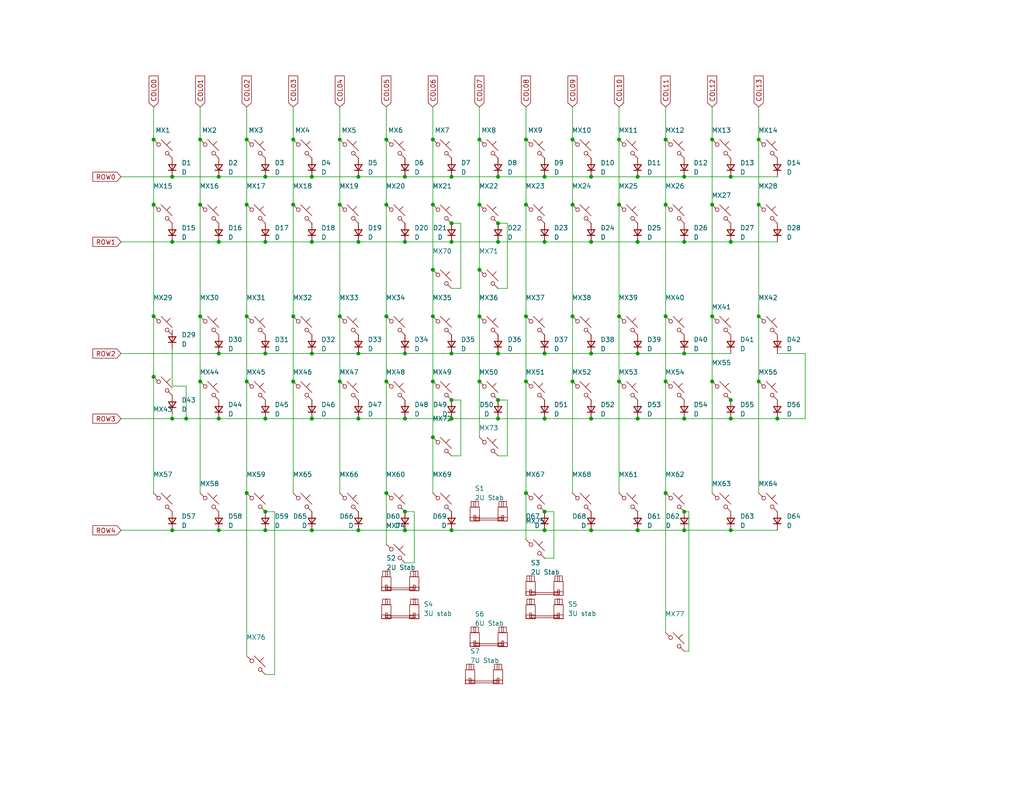
<source format=kicad_sch>
(kicad_sch (version 20230121) (generator eeschema)
  (paper "USLetter")
  (lib_symbols
    (symbol "Device:D_Small" (pin_numbers hide) (pin_names (offset 0.254) hide)
      (property "Reference" "D" (at -1.27 2.032 0))
      (property "Value" "D_Small" (at -3.81 -2.032 0))
      (symbol "D_Small_1_1"
        (pin passive line (at -2.54 0 0) (length 1.778) (name "K") (number "1"))
        (pin passive line (at 2.54 0 180) (length 1.778) (name "A") (number "2"))
      )
    )
    (symbol "marbastlib-mx:MX_SW_solder" (pin_numbers hide) (pin_names (offset 1.016) hide)
      (property "Reference" "MX" (at 3.048 1.016 0))
      (property "Value" "MX_SW_solder" (at 0 -3.81 0))
      (symbol "MX_SW_solder_0_1"
        (pin passive line (at -2.54 2.54 0) (length 0) (name "1") (number "1"))
        (pin passive line (at 2.54 -2.54 180) (length 0) (name "2") (number "2"))
      )
    )
    (symbol "marbastlib-mx:MX_stab" (pin_names (offset 1.016))
      (property "Reference" "S" (at -5.08 6.35 0))
      (property "Value" "MX_stab" (at -5.08 3.81 0))
    )
  )
  (junction (at 130.81 38.1))
  (junction (at 148.59 66.04))
  (junction (at 148.59 48.26))
  (junction (at 110.49 48.26))
  (junction (at 85.09 144.78))
  (junction (at 135.89 66.04))
  (junction (at 118.11 38.1))
  (junction (at 186.69 66.04))
  (junction (at 156.21 104.14))
  (junction (at 72.39 66.04))
  (junction (at 161.29 48.26))
  (junction (at 130.81 86.36))
  (junction (at 181.61 38.1))
  (junction (at 123.19 60.96))
  (junction (at 148.59 144.78))
  (junction (at 59.69 114.3))
  (junction (at 148.59 96.52))
  (junction (at 46.99 66.04))
  (junction (at 181.61 86.36))
  (junction (at 186.69 144.78))
  (junction (at 156.21 38.1))
  (junction (at 59.69 96.52))
  (junction (at 118.11 73.66))
  (junction (at 168.91 55.88))
  (junction (at 72.39 144.78))
  (junction (at 168.91 104.14))
  (junction (at 123.19 144.78))
  (junction (at 97.79 144.78))
  (junction (at 123.19 114.3))
  (junction (at 41.91 86.36))
  (junction (at 156.21 55.88))
  (junction (at 173.99 66.04))
  (junction (at 92.71 86.36))
  (junction (at 110.49 144.78))
  (junction (at 67.31 134.62))
  (junction (at 59.69 48.26))
  (junction (at 41.91 102.87))
  (junction (at 46.99 114.3))
  (junction (at 123.19 66.04))
  (junction (at 41.91 55.88))
  (junction (at 161.29 96.52))
  (junction (at 207.01 55.88))
  (junction (at 186.69 96.52))
  (junction (at 67.31 104.14))
  (junction (at 186.69 139.7))
  (junction (at 72.39 114.3))
  (junction (at 123.19 48.26))
  (junction (at 97.79 66.04))
  (junction (at 135.89 60.96))
  (junction (at 80.01 38.1))
  (junction (at 135.89 114.3))
  (junction (at 143.51 55.88))
  (junction (at 194.31 86.36))
  (junction (at 80.01 104.14))
  (junction (at 105.41 86.36))
  (junction (at 173.99 114.3))
  (junction (at 143.51 38.1))
  (junction (at 67.31 38.1))
  (junction (at 67.31 55.88))
  (junction (at 181.61 55.88))
  (junction (at 92.71 104.14))
  (junction (at 168.91 86.36))
  (junction (at 54.61 55.88))
  (junction (at 135.89 48.26))
  (junction (at 54.61 104.14))
  (junction (at 168.91 38.1))
  (junction (at 118.11 55.88))
  (junction (at 161.29 66.04))
  (junction (at 50.8 114.3))
  (junction (at 110.49 114.3))
  (junction (at 148.59 139.7))
  (junction (at 148.59 114.3))
  (junction (at 85.09 66.04))
  (junction (at 80.01 55.88))
  (junction (at 207.01 38.1))
  (junction (at 105.41 134.62))
  (junction (at 186.69 48.26))
  (junction (at 67.31 86.36))
  (junction (at 156.21 86.36))
  (junction (at 143.51 86.36))
  (junction (at 110.49 66.04))
  (junction (at 181.61 104.14))
  (junction (at 118.11 119.38))
  (junction (at 143.51 134.62))
  (junction (at 130.81 73.66))
  (junction (at 118.11 104.14))
  (junction (at 59.69 144.78))
  (junction (at 72.39 48.26))
  (junction (at 54.61 86.36))
  (junction (at 97.79 96.52))
  (junction (at 199.39 48.26))
  (junction (at 199.39 66.04))
  (junction (at 105.41 104.14))
  (junction (at 85.09 114.3))
  (junction (at 46.99 144.78))
  (junction (at 110.49 139.7))
  (junction (at 54.61 38.1))
  (junction (at 97.79 48.26))
  (junction (at 199.39 144.78))
  (junction (at 194.31 55.88))
  (junction (at 130.81 55.88))
  (junction (at 105.41 55.88))
  (junction (at 59.69 66.04))
  (junction (at 194.31 104.14))
  (junction (at 186.69 114.3))
  (junction (at 135.89 109.22))
  (junction (at 212.09 114.3))
  (junction (at 123.19 109.22))
  (junction (at 161.29 114.3))
  (junction (at 199.39 114.3))
  (junction (at 41.91 38.1))
  (junction (at 105.41 38.1))
  (junction (at 173.99 48.26))
  (junction (at 72.39 139.7))
  (junction (at 207.01 86.36))
  (junction (at 199.39 109.22))
  (junction (at 130.81 104.14))
  (junction (at 123.19 96.52))
  (junction (at 72.39 96.52))
  (junction (at 97.79 114.3))
  (junction (at 135.89 96.52))
  (junction (at 143.51 104.14))
  (junction (at 181.61 134.62))
  (junction (at 46.99 48.26))
  (junction (at 207.01 104.14))
  (junction (at 85.09 48.26))
  (junction (at 80.01 86.36))
  (junction (at 92.71 38.1))
  (junction (at 161.29 144.78))
  (junction (at 110.49 96.52))
  (junction (at 118.11 86.36))
  (junction (at 173.99 144.78))
  (junction (at 92.71 55.88))
  (junction (at 173.99 96.52))
  (junction (at 85.09 96.52))
  (junction (at 194.31 38.1))
  (wire (pts (xy 125.73 124.46) (xy 125.73 109.22)))
  (wire (pts (xy 143.51 104.14) (xy 143.51 134.62)))
  (wire (pts (xy 207.01 104.14) (xy 207.01 134.62)))
  (wire (pts (xy 123.19 48.26) (xy 135.89 48.26)))
  (wire (pts (xy 207.01 55.88) (xy 207.01 86.36)))
  (wire (pts (xy 148.59 66.04) (xy 161.29 66.04)))
  (wire (pts (xy 138.43 109.22) (xy 138.43 124.46)))
  (wire (pts (xy 156.21 38.1) (xy 156.21 55.88)))
  (wire (pts (xy 92.71 104.14) (xy 92.71 134.62)))
  (wire (pts (xy 118.11 29.21) (xy 118.11 38.1)))
  (wire (pts (xy 67.31 104.14) (xy 67.31 134.62)))
  (wire (pts (xy 46.99 114.3) (xy 50.8 114.3)))
  (wire (pts (xy 181.61 134.62) (xy 181.61 172.72)))
  (wire (pts (xy 148.59 139.7) (xy 151.13 139.7)))
  (wire (pts (xy 97.79 114.3) (xy 110.49 114.3)))
  (wire (pts (xy 54.61 104.14) (xy 54.61 134.62)))
  (wire (pts (xy 130.81 104.14) (xy 130.81 119.38)))
  (wire (pts (xy 194.31 29.21) (xy 194.31 38.1)))
  (wire (pts (xy 97.79 96.52) (xy 110.49 96.52)))
  (wire (pts (xy 194.31 38.1) (xy 194.31 55.88)))
  (wire (pts (xy 46.99 66.04) (xy 59.69 66.04)))
  (wire (pts (xy 123.19 124.46) (xy 125.73 124.46)))
  (wire (pts (xy 72.39 114.3) (xy 85.09 114.3)))
  (wire (pts (xy 173.99 48.26) (xy 186.69 48.26)))
  (wire (pts (xy 72.39 96.52) (xy 85.09 96.52)))
  (wire (pts (xy 130.81 38.1) (xy 130.81 55.88)))
  (wire (pts (xy 85.09 144.78) (xy 97.79 144.78)))
  (wire (pts (xy 135.89 109.22) (xy 138.43 109.22)))
  (wire (pts (xy 92.71 38.1) (xy 92.71 55.88)))
  (wire (pts (xy 105.41 104.14) (xy 105.41 134.62)))
  (wire (pts (xy 168.91 29.21) (xy 168.91 38.1)))
  (wire (pts (xy 156.21 29.21) (xy 156.21 38.1)))
  (wire (pts (xy 130.81 86.36) (xy 130.81 104.14)))
  (wire (pts (xy 143.51 38.1) (xy 143.51 55.88)))
  (wire (pts (xy 59.69 96.52) (xy 72.39 96.52)))
  (wire (pts (xy 168.91 38.1) (xy 168.91 55.88)))
  (wire (pts (xy 143.51 86.36) (xy 143.51 104.14)))
  (wire (pts (xy 148.59 114.3) (xy 161.29 114.3)))
  (wire (pts (xy 110.49 48.26) (xy 123.19 48.26)))
  (wire (pts (xy 110.49 139.7) (xy 113.03 139.7)))
  (wire (pts (xy 85.09 114.3) (xy 97.79 114.3)))
  (wire (pts (xy 118.11 104.14) (xy 118.11 119.38)))
  (wire (pts (xy 156.21 86.36) (xy 156.21 104.14)))
  (wire (pts (xy 151.13 152.4) (xy 148.59 152.4)))
  (wire (pts (xy 168.91 55.88) (xy 168.91 86.36)))
  (wire (pts (xy 148.59 48.26) (xy 161.29 48.26)))
  (wire (pts (xy 181.61 55.88) (xy 181.61 86.36)))
  (wire (pts (xy 123.19 144.78) (xy 148.59 144.78)))
  (wire (pts (xy 41.91 102.87) (xy 41.91 134.62)))
  (wire (pts (xy 156.21 104.14) (xy 156.21 134.62)))
  (wire (pts (xy 199.39 114.3) (xy 212.09 114.3)))
  (wire (pts (xy 161.29 66.04) (xy 173.99 66.04)))
  (wire (pts (xy 156.21 55.88) (xy 156.21 86.36)))
  (wire (pts (xy 130.81 29.21) (xy 130.81 38.1)))
  (wire (pts (xy 110.49 114.3) (xy 123.19 114.3)))
  (wire (pts (xy 207.01 86.36) (xy 207.01 104.14)))
  (wire (pts (xy 54.61 55.88) (xy 54.61 86.36)))
  (wire (pts (xy 110.49 96.52) (xy 123.19 96.52)))
  (wire (pts (xy 72.39 144.78) (xy 85.09 144.78)))
  (wire (pts (xy 135.89 48.26) (xy 148.59 48.26)))
  (wire (pts (xy 123.19 60.96) (xy 125.73 60.96)))
  (wire (pts (xy 194.31 55.88) (xy 194.31 86.36)))
  (wire (pts (xy 219.71 96.52) (xy 219.71 114.3)))
  (wire (pts (xy 161.29 144.78) (xy 173.99 144.78)))
  (wire (pts (xy 67.31 86.36) (xy 67.31 104.14)))
  (wire (pts (xy 80.01 104.14) (xy 80.01 134.62)))
  (wire (pts (xy 67.31 38.1) (xy 67.31 55.88)))
  (wire (pts (xy 148.59 144.78) (xy 161.29 144.78)))
  (wire (pts (xy 130.81 73.66) (xy 130.81 86.36)))
  (wire (pts (xy 92.71 86.36) (xy 92.71 104.14)))
  (wire (pts (xy 41.91 29.21) (xy 41.91 38.1)))
  (wire (pts (xy 130.81 55.88) (xy 130.81 73.66)))
  (wire (pts (xy 143.51 29.21) (xy 143.51 38.1)))
  (wire (pts (xy 92.71 55.88) (xy 92.71 86.36)))
  (wire (pts (xy 181.61 38.1) (xy 181.61 55.88)))
  (wire (pts (xy 148.59 96.52) (xy 161.29 96.52)))
  (wire (pts (xy 187.96 139.7) (xy 186.69 139.7)))
  (wire (pts (xy 181.61 29.21) (xy 181.61 38.1)))
  (wire (pts (xy 173.99 144.78) (xy 186.69 144.78)))
  (wire (pts (xy 138.43 124.46) (xy 135.89 124.46)))
  (wire (pts (xy 199.39 144.78) (xy 212.09 144.78)))
  (wire (pts (xy 118.11 73.66) (xy 118.11 86.36)))
  (wire (pts (xy 143.51 134.62) (xy 143.51 147.32)))
  (wire (pts (xy 123.19 66.04) (xy 135.89 66.04)))
  (wire (pts (xy 41.91 38.1) (xy 41.91 55.88)))
  (wire (pts (xy 173.99 96.52) (xy 186.69 96.52)))
  (wire (pts (xy 41.91 86.36) (xy 41.91 102.87)))
  (wire (pts (xy 110.49 66.04) (xy 123.19 66.04)))
  (wire (pts (xy 187.96 177.8) (xy 187.96 139.7)))
  (wire (pts (xy 50.8 105.41) (xy 50.8 114.3)))
  (wire (pts (xy 105.41 86.36) (xy 105.41 104.14)))
  (wire (pts (xy 118.11 55.88) (xy 118.11 73.66)))
  (wire (pts (xy 125.73 78.74) (xy 125.73 60.96)))
  (wire (pts (xy 105.41 134.62) (xy 105.41 148.59)))
  (wire (pts (xy 138.43 60.96) (xy 135.89 60.96)))
  (wire (pts (xy 85.09 66.04) (xy 97.79 66.04)))
  (wire (pts (xy 85.09 96.52) (xy 97.79 96.52)))
  (wire (pts (xy 123.19 96.52) (xy 135.89 96.52)))
  (wire (pts (xy 207.01 29.21) (xy 207.01 38.1)))
  (wire (pts (xy 59.69 48.26) (xy 72.39 48.26)))
  (wire (pts (xy 173.99 66.04) (xy 186.69 66.04)))
  (wire (pts (xy 135.89 96.52) (xy 148.59 96.52)))
  (wire (pts (xy 151.13 139.7) (xy 151.13 152.4)))
  (wire (pts (xy 143.51 55.88) (xy 143.51 86.36)))
  (wire (pts (xy 85.09 48.26) (xy 97.79 48.26)))
  (wire (pts (xy 186.69 96.52) (xy 199.39 96.52)))
  (wire (pts (xy 212.09 96.52) (xy 219.71 96.52)))
  (wire (pts (xy 207.01 38.1) (xy 207.01 55.88)))
  (wire (pts (xy 97.79 66.04) (xy 110.49 66.04)))
  (wire (pts (xy 181.61 86.36) (xy 181.61 104.14)))
  (wire (pts (xy 113.03 139.7) (xy 113.03 153.67)))
  (wire (pts (xy 80.01 38.1) (xy 80.01 55.88)))
  (wire (pts (xy 50.8 114.3) (xy 59.69 114.3)))
  (wire (pts (xy 72.39 139.7) (xy 74.93 139.7)))
  (wire (pts (xy 33.02 114.3) (xy 46.99 114.3)))
  (wire (pts (xy 186.69 114.3) (xy 199.39 114.3)))
  (wire (pts (xy 46.99 105.41) (xy 50.8 105.41)))
  (wire (pts (xy 33.02 66.04) (xy 46.99 66.04)))
  (wire (pts (xy 168.91 86.36) (xy 168.91 104.14)))
  (wire (pts (xy 72.39 66.04) (xy 85.09 66.04)))
  (wire (pts (xy 54.61 38.1) (xy 54.61 55.88)))
  (wire (pts (xy 181.61 104.14) (xy 181.61 134.62)))
  (wire (pts (xy 118.11 38.1) (xy 118.11 55.88)))
  (wire (pts (xy 46.99 144.78) (xy 59.69 144.78)))
  (wire (pts (xy 80.01 55.88) (xy 80.01 86.36)))
  (wire (pts (xy 46.99 95.25) (xy 46.99 105.41)))
  (wire (pts (xy 194.31 86.36) (xy 194.31 104.14)))
  (wire (pts (xy 138.43 78.74) (xy 138.43 60.96)))
  (wire (pts (xy 80.01 86.36) (xy 80.01 104.14)))
  (wire (pts (xy 135.89 114.3) (xy 148.59 114.3)))
  (wire (pts (xy 199.39 110.49) (xy 199.39 109.22)))
  (wire (pts (xy 33.02 144.78) (xy 46.99 144.78)))
  (wire (pts (xy 161.29 114.3) (xy 173.99 114.3)))
  (wire (pts (xy 59.69 66.04) (xy 72.39 66.04)))
  (wire (pts (xy 46.99 113.03) (xy 46.99 114.3)))
  (wire (pts (xy 186.69 144.78) (xy 199.39 144.78)))
  (wire (pts (xy 118.11 86.36) (xy 118.11 104.14)))
  (wire (pts (xy 110.49 144.78) (xy 123.19 144.78)))
  (wire (pts (xy 72.39 48.26) (xy 85.09 48.26)))
  (wire (pts (xy 67.31 134.62) (xy 67.31 179.07)))
  (wire (pts (xy 54.61 86.36) (xy 54.61 104.14)))
  (wire (pts (xy 125.73 109.22) (xy 123.19 109.22)))
  (wire (pts (xy 97.79 144.78) (xy 110.49 144.78)))
  (wire (pts (xy 80.01 29.21) (xy 80.01 38.1)))
  (wire (pts (xy 67.31 55.88) (xy 67.31 86.36)))
  (wire (pts (xy 46.99 90.17) (xy 46.99 91.44)))
  (wire (pts (xy 161.29 48.26) (xy 173.99 48.26)))
  (wire (pts (xy 67.31 29.21) (xy 67.31 38.1)))
  (wire (pts (xy 118.11 119.38) (xy 118.11 134.62)))
  (wire (pts (xy 59.69 114.3) (xy 72.39 114.3)))
  (wire (pts (xy 135.89 66.04) (xy 148.59 66.04)))
  (wire (pts (xy 161.29 96.52) (xy 173.99 96.52)))
  (wire (pts (xy 33.02 48.26) (xy 46.99 48.26)))
  (wire (pts (xy 74.93 139.7) (xy 74.93 184.15)))
  (wire (pts (xy 123.19 114.3) (xy 135.89 114.3)))
  (wire (pts (xy 186.69 66.04) (xy 199.39 66.04)))
  (wire (pts (xy 74.93 184.15) (xy 72.39 184.15)))
  (wire (pts (xy 54.61 29.21) (xy 54.61 38.1)))
  (wire (pts (xy 123.19 78.74) (xy 125.73 78.74)))
  (wire (pts (xy 186.69 48.26) (xy 199.39 48.26)))
  (wire (pts (xy 33.02 96.52) (xy 59.69 96.52)))
  (wire (pts (xy 113.03 153.67) (xy 110.49 153.67)))
  (wire (pts (xy 97.79 48.26) (xy 110.49 48.26)))
  (wire (pts (xy 219.71 114.3) (xy 212.09 114.3)))
  (wire (pts (xy 186.69 177.8) (xy 187.96 177.8)))
  (wire (pts (xy 199.39 48.26) (xy 212.09 48.26)))
  (wire (pts (xy 46.99 48.26) (xy 59.69 48.26)))
  (wire (pts (xy 92.71 29.21) (xy 92.71 38.1)))
  (wire (pts (xy 105.41 38.1) (xy 105.41 55.88)))
  (wire (pts (xy 173.99 114.3) (xy 186.69 114.3)))
  (wire (pts (xy 105.41 29.21) (xy 105.41 38.1)))
  (wire (pts (xy 59.69 144.78) (xy 72.39 144.78)))
  (wire (pts (xy 168.91 104.14) (xy 168.91 134.62)))
  (wire (pts (xy 105.41 55.88) (xy 105.41 86.36)))
  (wire (pts (xy 194.31 104.14) (xy 194.31 134.62)))
  (wire (pts (xy 41.91 55.88) (xy 41.91 86.36)))
  (wire (pts (xy 199.39 66.04) (xy 212.09 66.04)))
  (wire (pts (xy 135.89 78.74) (xy 138.43 78.74)))
  (global_label "COL12" (shape input) (at 194.31 29.21 90) (property "Intersheetrefs" "${INTERSHEET_REFS}" (effects hide)))
  (global_label "COL03" (shape input) (at 80.01 29.21 90) (property "Intersheetrefs" "${INTERSHEET_REFS}" (effects hide)))
  (global_label "ROW1" (shape input) (at 33.02 66.04 180) (property "Intersheetrefs" "${INTERSHEET_REFS}" (effects hide)))
  (global_label "COL05" (shape input) (at 105.41 29.21 90) (property "Intersheetrefs" "${INTERSHEET_REFS}" (effects hide)))
  (global_label "ROW0" (shape input) (at 33.02 48.26 180) (property "Intersheetrefs" "${INTERSHEET_REFS}" (effects hide)))
  (global_label "ROW2" (shape input) (at 33.02 96.52 180) (property "Intersheetrefs" "${INTERSHEET_REFS}" (effects hide)))
  (global_label "COL09" (shape input) (at 156.21 29.21 90) (property "Intersheetrefs" "${INTERSHEET_REFS}" (effects hide)))
  (global_label "COL10" (shape input) (at 168.91 29.21 90) (property "Intersheetrefs" "${INTERSHEET_REFS}" (effects hide)))
  (global_label "COL02" (shape input) (at 67.31 29.21 90) (property "Intersheetrefs" "${INTERSHEET_REFS}" (effects hide)))
  (global_label "COL11" (shape input) (at 181.61 29.21 90) (property "Intersheetrefs" "${INTERSHEET_REFS}" (effects hide)))
  (global_label "COL06" (shape input) (at 118.11 29.21 90) (property "Intersheetrefs" "${INTERSHEET_REFS}" (effects hide)))
  (global_label "COL08" (shape input) (at 143.51 29.21 90) (property "Intersheetrefs" "${INTERSHEET_REFS}" (effects hide)))
  (global_label "COL13" (shape input) (at 207.01 29.21 90) (property "Intersheetrefs" "${INTERSHEET_REFS}" (effects hide)))
  (global_label "COL04" (shape input) (at 92.71 29.21 90) (property "Intersheetrefs" "${INTERSHEET_REFS}" (effects hide)))
  (global_label "ROW4" (shape input) (at 33.02 144.78 180) (property "Intersheetrefs" "${INTERSHEET_REFS}" (effects hide)))
  (global_label "COL07" (shape input) (at 130.81 29.21 90) (property "Intersheetrefs" "${INTERSHEET_REFS}" (effects hide)))
  (global_label "ROW3" (shape input) (at 33.02 114.3 180) (property "Intersheetrefs" "${INTERSHEET_REFS}" (effects hide)))
  (global_label "COL01" (shape input) (at 54.61 29.21 90) (property "Intersheetrefs" "${INTERSHEET_REFS}" (effects hide)))
  (global_label "COL00" (shape input) (at 41.91 29.21 90) (property "Intersheetrefs" "${INTERSHEET_REFS}" (effects hide)))
  (symbol (lib_id "Device:D_Small") (at 161.29 142.24 90) (unit 1)
    (property "Reference" "D68" (at 160.02 140.97 90) (effects (justify left)))
    (property "Value" "D" (at 160.02 143.51 90) (effects (justify left)))
    (property "Footprint" "Diode_SMD:D_SOD-123" (effects hide))
  )
  (symbol (lib_id "marbastlib-mx:MX_SW_solder") (at 95.25 58.42 0) (unit 1) (in_bom no)
    (property "Reference" "MX19" (at 95.25 50.8 0))
    (property "Value" "R" (effects hide))
    (property "Footprint" "marbastlib-mx:SW_MX_1u" (effects hide))
  )
  (symbol (lib_id "Device:D_Small") (at 72.39 45.72 90) (unit 1)
    (property "Reference" "D3" (at 74.93 44.45 90) (effects (justify right)))
    (property "Value" "D" (at 74.93 46.99 90) (effects (justify right)))
    (property "Footprint" "Diode_SMD:D_SOD-123" (effects hide))
  )
  (symbol (lib_id "marbastlib-mx:MX_stab") (at 133.35 173.99 0) (unit 1)
    (property "Reference" "S6" (at 129.54 167.64 0) (effects (justify left)))
    (property "Value" "6U Stab" (at 129.54 170.18 0) (effects (justify left)))
    (property "Footprint" "marbastlib-mx:STAB_MX_P_6u" (effects hide))
  )
  (symbol (lib_id "marbastlib-mx:MX_SW_solder") (at 146.05 88.9 0) (unit 1) (in_bom no)
    (property "Reference" "MX37" (at 146.05 81.28 0))
    (property "Value" "K" (effects hide))
    (property "Footprint" "marbastlib-mx:SW_MX_1u" (effects hide))
  )
  (symbol (lib_id "Device:D_Small") (at 186.69 111.76 90) (unit 1)
    (property "Reference" "D54" (at 189.23 110.49 90) (effects (justify right)))
    (property "Value" "D" (at 189.23 113.03 90) (effects (justify right)))
    (property "Footprint" "Diode_SMD:D_SOD-123" (effects hide))
  )
  (symbol (lib_id "Device:D_Small") (at 161.29 111.76 90) (unit 1)
    (property "Reference" "D52" (at 163.83 110.49 90) (effects (justify right)))
    (property "Value" "D" (at 163.83 113.03 90) (effects (justify right)))
    (property "Footprint" "Diode_SMD:D_SOD-123" (effects hide))
  )
  (symbol (lib_id "Device:D_Small") (at 97.79 142.24 90) (unit 1)
    (property "Reference" "D66" (at 96.52 140.97 90) (effects (justify left)))
    (property "Value" "D" (at 96.52 143.51 90) (effects (justify left)))
    (property "Footprint" "Diode_SMD:D_SOD-123" (effects hide))
  )
  (symbol (lib_id "marbastlib-mx:MX_SW_solder") (at 146.05 137.16 0) (unit 1) (in_bom no)
    (property "Reference" "MX67" (at 146.05 129.54 0))
    (property "Value" "SPACE" (effects hide))
    (property "Footprint" "marbastlib-mx:SW_MX_1u" (effects hide))
  )
  (symbol (lib_id "marbastlib-mx:MX_SW_solder") (at 171.45 137.16 0) (unit 1) (in_bom no)
    (property "Reference" "MX61" (at 171.45 129.54 0))
    (property "Value" "R_ALT" (effects hide))
    (property "Footprint" "marbastlib-mx:SW_MX_1u" (effects hide))
  )
  (symbol (lib_id "marbastlib-mx:MX_SW_solder") (at 146.05 40.64 0) (unit 1) (in_bom no)
    (property "Reference" "MX9" (at 146.05 35.56 0))
    (property "Value" "6" (effects hide))
    (property "Footprint" "marbastlib-mx:SW_MX_1u" (effects hide))
  )
  (symbol (lib_id "marbastlib-mx:MX_SW_solder") (at 120.65 40.64 0) (unit 1) (in_bom no)
    (property "Reference" "MX7" (at 120.65 35.56 0))
    (property "Value" "5+" (effects hide))
    (property "Footprint" "marbastlib-mx:SW_MX_1u" (effects hide))
  )
  (symbol (lib_id "marbastlib-mx:MX_SW_solder") (at 57.15 106.68 0) (unit 1) (in_bom no)
    (property "Reference" "MX44" (at 57.15 101.6 0))
    (property "Value" "Z" (effects hide))
    (property "Footprint" "marbastlib-mx:SW_MX_1u" (effects hide))
  )
  (symbol (lib_id "Device:D_Small") (at 212.09 111.76 90) (unit 1)
    (property "Reference" "D56" (at 214.63 110.49 90) (effects (justify right)))
    (property "Value" "D" (at 214.63 113.03 90) (effects (justify right)))
    (property "Footprint" "Diode_SMD:D_SOD-123" (effects hide))
  )
  (symbol (lib_id "marbastlib-mx:MX_stab") (at 148.59 160.02 0) (unit 1)
    (property "Reference" "S3" (at 144.78 153.67 0) (effects (justify left)))
    (property "Value" "2U Stab" (at 144.78 156.21 0) (effects (justify left)))
    (property "Footprint" "marbastlib-mx:STAB_MX_P_2u" (effects hide))
  )
  (symbol (lib_id "marbastlib-mx:MX_SW_solder") (at 133.35 58.42 0) (unit 1) (in_bom no)
    (property "Reference" "MX22" (at 133.35 50.8 0))
    (property "Value" "Y" (effects hide))
    (property "Footprint" "marbastlib-mx:SW_MX_1u" (effects hide))
  )
  (symbol (lib_id "Device:D_Small") (at 85.09 93.98 90) (unit 1)
    (property "Reference" "D32" (at 87.63 92.71 90) (effects (justify right)))
    (property "Value" "D" (at 87.63 95.25 90) (effects (justify right)))
    (property "Footprint" "Diode_SMD:D_SOD-123" (effects hide))
  )
  (symbol (lib_id "Device:D_Small") (at 161.29 63.5 90) (unit 1)
    (property "Reference" "D24" (at 163.83 62.23 90) (effects (justify right)))
    (property "Value" "D" (at 163.83 64.77 90) (effects (justify right)))
    (property "Footprint" "Diode_SMD:D_SOD-123" (effects hide))
  )
  (symbol (lib_id "marbastlib-mx:MX_SW_solder") (at 209.55 58.42 0) (unit 1) (in_bom no)
    (property "Reference" "MX28" (at 209.55 50.8 0))
    (property "Value" "BACKSLASH" (effects hide))
    (property "Footprint" "marbastlib-mx:SW_MX_1.5u" (effects hide))
  )
  (symbol (lib_id "Device:D_Small") (at 148.59 93.98 90) (unit 1)
    (property "Reference" "D37" (at 151.13 92.71 90) (effects (justify right)))
    (property "Value" "D" (at 151.13 95.25 90) (effects (justify right)))
    (property "Footprint" "Diode_SMD:D_SOD-123" (effects hide))
  )
  (symbol (lib_id "marbastlib-mx:MX_SW_solder") (at 133.35 88.9 0) (unit 1) (in_bom no)
    (property "Reference" "MX36" (at 133.35 81.28 0))
    (property "Value" "J" (effects hide))
    (property "Footprint" "marbastlib-mx:SW_MX_1u" (effects hide))
  )
  (symbol (lib_id "Device:D_Small") (at 135.89 93.98 90) (unit 1)
    (property "Reference" "D36" (at 138.43 92.71 90) (effects (justify right)))
    (property "Value" "D" (at 138.43 95.25 90) (effects (justify right)))
    (property "Footprint" "Diode_SMD:D_SOD-123" (effects hide))
  )
  (symbol (lib_id "marbastlib-mx:MX_SW_solder") (at 184.15 106.68 0) (unit 1) (in_bom no)
    (property "Reference" "MX54" (at 184.15 101.6 0))
    (property "Value" "FWDSLASH" (effects hide))
    (property "Footprint" "marbastlib-mx:SW_MX_1u" (effects hide))
  )
  (symbol (lib_id "Device:D_Small") (at 110.49 45.72 90) (unit 1)
    (property "Reference" "D6" (at 113.03 44.45 90) (effects (justify right)))
    (property "Value" "D" (at 113.03 46.99 90) (effects (justify right)))
    (property "Footprint" "Diode_SMD:D_SOD-123" (effects hide))
  )
  (symbol (lib_id "Device:D_Small") (at 85.09 142.24 90) (unit 1)
    (property "Reference" "D65" (at 83.82 140.97 90) (effects (justify left)))
    (property "Value" "D" (at 83.82 143.51 90) (effects (justify left)))
    (property "Footprint" "Diode_SMD:D_SOD-123" (effects hide))
  )
  (symbol (lib_id "marbastlib-mx:MX_SW_solder") (at 133.35 76.2 0) (unit 1) (in_bom no)
    (property "Reference" "MX71" (at 133.35 68.58 0))
    (property "Value" "Y+" (effects hide))
    (property "Footprint" "marbastlib-mx:SW_MX_1.5u" (effects hide))
  )
  (symbol (lib_id "marbastlib-mx:MX_SW_solder") (at 146.05 149.86 0) (unit 1) (in_bom no)
    (property "Reference" "MX75" (at 146.05 142.24 0))
    (property "Value" "SPACE" (effects hide))
    (property "Footprint" "marbastlib-mx:SW_MX_1u" (effects hide))
  )
  (symbol (lib_id "Device:D_Small") (at 148.59 111.76 90) (unit 1)
    (property "Reference" "D51" (at 151.13 110.49 90) (effects (justify right)))
    (property "Value" "D" (at 151.13 113.03 90) (effects (justify right)))
    (property "Footprint" "Diode_SMD:D_SOD-123" (effects hide))
  )
  (symbol (lib_id "marbastlib-mx:MX_SW_solder") (at 120.65 58.42 0) (unit 1) (in_bom no)
    (property "Reference" "MX21" (at 120.65 50.8 0))
    (property "Value" "T+" (effects hide))
    (property "Footprint" "marbastlib-mx:SW_MX_1u" (effects hide))
  )
  (symbol (lib_id "Device:D_Small") (at 97.79 63.5 90) (unit 1)
    (property "Reference" "D19" (at 100.33 62.23 90) (effects (justify right)))
    (property "Value" "D" (at 100.33 64.77 90) (effects (justify right)))
    (property "Footprint" "Diode_SMD:D_SOD-123" (effects hide))
  )
  (symbol (lib_id "marbastlib-mx:MX_SW_solder") (at 196.85 58.42 0) (unit 1) (in_bom no)
    (property "Reference" "MX27" (at 196.85 53.34 0))
    (property "Value" "R_BRACKET" (effects hide))
    (property "Footprint" "marbastlib-mx:SW_MX_1u" (effects hide))
  )
  (symbol (lib_id "marbastlib-mx:MX_SW_solder") (at 120.65 106.68 0) (unit 1) (in_bom no)
    (property "Reference" "MX49" (at 120.65 101.6 0))
    (property "Value" "B+" (effects hide))
    (property "Footprint" "marbastlib-mx:SW_MX_1u" (effects hide))
  )
  (symbol (lib_id "Device:D_Small") (at 186.69 45.72 90) (unit 1)
    (property "Reference" "D12" (at 189.23 44.45 90) (effects (justify right)))
    (property "Value" "D" (at 189.23 46.99 90) (effects (justify right)))
    (property "Footprint" "Diode_SMD:D_SOD-123" (effects hide))
  )
  (symbol (lib_id "Device:D_Small") (at 46.99 110.49 90) (unit 1)
    (property "Reference" "D43" (at 49.53 109.22 90) (effects (justify right)))
    (property "Value" "D" (at 49.53 111.76 90) (effects (justify right)))
    (property "Footprint" "Diode_SMD:D_SOD-123" (effects hide))
  )
  (symbol (lib_id "marbastlib-mx:MX_SW_solder") (at 107.95 106.68 0) (unit 1) (in_bom no)
    (property "Reference" "MX48" (at 107.95 101.6 0))
    (property "Value" "B" (effects hide))
    (property "Footprint" "marbastlib-mx:SW_MX_1u" (effects hide))
  )
  (symbol (lib_id "Device:D_Small") (at 110.49 93.98 90) (unit 1)
    (property "Reference" "D34" (at 113.03 92.71 90) (effects (justify right)))
    (property "Value" "D" (at 113.03 95.25 90) (effects (justify right)))
    (property "Footprint" "Diode_SMD:D_SOD-123" (effects hide))
  )
  (symbol (lib_id "Device:D_Small") (at 59.69 45.72 90) (unit 1)
    (property "Reference" "D2" (at 62.23 44.45 90) (effects (justify right)))
    (property "Value" "D" (at 62.23 46.99 90) (effects (justify right)))
    (property "Footprint" "Diode_SMD:D_SOD-123" (effects hide))
  )
  (symbol (lib_id "Device:D_Small") (at 85.09 111.76 90) (unit 1)
    (property "Reference" "D46" (at 87.63 110.49 90) (effects (justify right)))
    (property "Value" "D" (at 87.63 113.03 90) (effects (justify right)))
    (property "Footprint" "Diode_SMD:D_SOD-123" (effects hide))
  )
  (symbol (lib_id "marbastlib-mx:MX_SW_solder") (at 171.45 40.64 0) (unit 1) (in_bom no)
    (property "Reference" "MX11" (at 171.45 35.56 0))
    (property "Value" "8" (effects hide))
    (property "Footprint" "marbastlib-mx:SW_MX_1u" (effects hide))
  )
  (symbol (lib_id "Device:D_Small") (at 173.99 142.24 90) (unit 1)
    (property "Reference" "D61" (at 176.53 140.97 90) (effects (justify right)))
    (property "Value" "D" (at 176.53 143.51 90) (effects (justify right)))
    (property "Footprint" "Diode_SMD:D_SOD-123" (effects hide))
  )
  (symbol (lib_id "Device:D_Small") (at 123.19 142.24 90) (unit 1)
    (property "Reference" "D69" (at 121.92 140.97 90) (effects (justify left)))
    (property "Value" "D" (at 121.92 143.51 90) (effects (justify left)))
    (property "Footprint" "Diode_SMD:D_SOD-123" (effects hide))
  )
  (symbol (lib_id "Device:D_Small") (at 72.39 63.5 90) (unit 1)
    (property "Reference" "D17" (at 74.93 62.23 90) (effects (justify right)))
    (property "Value" "D" (at 74.93 64.77 90) (effects (justify right)))
    (property "Footprint" "Diode_SMD:D_SOD-123" (effects hide))
  )
  (symbol (lib_id "Device:D_Small") (at 46.99 45.72 90) (unit 1)
    (property "Reference" "D1" (at 49.53 44.45 90) (effects (justify right)))
    (property "Value" "D" (at 49.53 46.99 90) (effects (justify right)))
    (property "Footprint" "Diode_SMD:D_SOD-123" (effects hide))
  )
  (symbol (lib_id "marbastlib-mx:MX_SW_solder") (at 107.95 40.64 0) (unit 1) (in_bom no)
    (property "Reference" "MX6" (at 107.95 35.56 0))
    (property "Value" "5" (effects hide))
    (property "Footprint" "marbastlib-mx:SW_MX_1u" (effects hide))
  )
  (symbol (lib_id "marbastlib-mx:MX_SW_solder") (at 158.75 106.68 0) (unit 1) (in_bom no)
    (property "Reference" "MX52" (at 158.75 101.6 0))
    (property "Value" "COMMA" (effects hide))
    (property "Footprint" "marbastlib-mx:SW_MX_1u" (effects hide))
  )
  (symbol (lib_id "marbastlib-mx:MX_stab") (at 109.22 166.37 0) (unit 1)
    (property "Reference" "S4" (at 115.57 164.973 0) (effects (justify left)))
    (property "Value" "3U stab" (at 115.57 167.513 0) (effects (justify left)))
    (property "Footprint" "marbastlib-mx:STAB_MX_P_3u" (effects hide))
  )
  (symbol (lib_id "Device:D_Small") (at 199.39 93.98 90) (unit 1)
    (property "Reference" "D41" (at 201.93 92.71 90) (effects (justify right)))
    (property "Value" "D" (at 201.93 95.25 90) (effects (justify right)))
    (property "Footprint" "Diode_SMD:D_SOD-123" (effects hide))
  )
  (symbol (lib_id "marbastlib-mx:MX_SW_solder") (at 57.15 58.42 0) (unit 1) (in_bom no)
    (property "Reference" "MX16" (at 57.15 50.8 0))
    (property "Value" "Q" (effects hide))
    (property "Footprint" "marbastlib-mx:SW_MX_1u" (effects hide))
  )
  (symbol (lib_id "Device:D_Small") (at 123.19 63.5 90) (unit 1)
    (property "Reference" "D21" (at 118.11 62.23 90) (effects (justify right)))
    (property "Value" "D" (at 119.38 64.77 90) (effects (justify right)))
    (property "Footprint" "Diode_SMD:D_SOD-123" (effects hide))
  )
  (symbol (lib_id "Device:D_Small") (at 123.19 93.98 90) (unit 1)
    (property "Reference" "D35" (at 125.73 92.71 90) (effects (justify right)))
    (property "Value" "D" (at 125.73 95.25 90) (effects (justify right)))
    (property "Footprint" "Diode_SMD:D_SOD-123" (effects hide))
  )
  (symbol (lib_id "marbastlib-mx:MX_stab") (at 109.22 158.75 0) (unit 1)
    (property "Reference" "S2" (at 105.41 152.4 0) (effects (justify left)))
    (property "Value" "2U Stab" (at 105.41 154.94 0) (effects (justify left)))
    (property "Footprint" "marbastlib-mx:STAB_MX_P_2u" (effects hide))
  )
  (symbol (lib_id "marbastlib-mx:MX_SW_solder") (at 171.45 106.68 0) (unit 1) (in_bom no)
    (property "Reference" "MX53" (at 171.45 101.6 0))
    (property "Value" "PERIOD" (effects hide))
    (property "Footprint" "marbastlib-mx:SW_MX_1u" (effects hide))
  )
  (symbol (lib_id "marbastlib-mx:MX_SW_solder") (at 69.85 137.16 0) (unit 1) (in_bom no)
    (property "Reference" "MX59" (at 69.85 129.54 0))
    (property "Value" "L_ALT" (effects hide))
    (property "Footprint" "marbastlib-mx:SW_MX_1u" (effects hide))
  )
  (symbol (lib_id "Device:D_Small") (at 148.59 63.5 90) (unit 1)
    (property "Reference" "D23" (at 151.13 62.23 90) (effects (justify right)))
    (property "Value" "D" (at 151.13 64.77 90) (effects (justify right)))
    (property "Footprint" "Diode_SMD:D_SOD-123" (effects hide))
  )
  (symbol (lib_id "Device:D_Small") (at 186.69 93.98 90) (unit 1)
    (property "Reference" "D40" (at 189.23 92.71 90) (effects (justify right)))
    (property "Value" "D" (at 189.23 95.25 90) (effects (justify right)))
    (property "Footprint" "Diode_SMD:D_SOD-123" (effects hide))
  )
  (symbol (lib_id "Device:D_Small") (at 123.19 111.76 90) (unit 1)
    (property "Reference" "D49" (at 118.11 110.49 90) (effects (justify right)))
    (property "Value" "D" (at 120.65 113.03 90) (effects (justify right)))
    (property "Footprint" "Diode_SMD:D_SOD-123" (effects hide))
  )
  (symbol (lib_id "marbastlib-mx:MX_SW_solder") (at 82.55 106.68 0) (unit 1) (in_bom no)
    (property "Reference" "MX46" (at 82.55 101.6 0))
    (property "Value" "C" (effects hide))
    (property "Footprint" "marbastlib-mx:SW_MX_1u" (effects hide))
  )
  (symbol (lib_id "Device:D_Small") (at 199.39 111.76 90) (unit 1)
    (property "Reference" "D55" (at 201.93 110.49 90) (effects (justify right)))
    (property "Value" "D" (at 201.93 113.03 90) (effects (justify right)))
    (property "Footprint" "Diode_SMD:D_SOD-123" (effects hide))
  )
  (symbol (lib_id "Device:D_Small") (at 97.79 45.72 90) (unit 1)
    (property "Reference" "D5" (at 100.33 44.45 90) (effects (justify right)))
    (property "Value" "D" (at 100.33 46.99 90) (effects (justify right)))
    (property "Footprint" "Diode_SMD:D_SOD-123" (effects hide))
  )
  (symbol (lib_id "marbastlib-mx:MX_SW_solder") (at 171.45 88.9 0) (unit 1) (in_bom no)
    (property "Reference" "MX39" (at 171.45 81.28 0))
    (property "Value" "SEMICOLON" (effects hide))
    (property "Footprint" "marbastlib-mx:SW_MX_1u" (effects hide))
  )
  (symbol (lib_id "marbastlib-mx:MX_SW_solder") (at 120.65 76.2 0) (unit 1) (in_bom no)
    (property "Reference" "MX70" (at 120.65 68.58 0))
    (property "Value" "T+" (effects hide))
    (property "Footprint" "marbastlib-mx:SW_MX_1.5u" (effects hide))
  )
  (symbol (lib_id "marbastlib-mx:MX_SW_solder") (at 158.75 40.64 0) (unit 1) (in_bom no)
    (property "Reference" "MX10" (at 158.75 35.56 0))
    (property "Value" "7" (effects hide))
    (property "Footprint" "marbastlib-mx:SW_MX_1u" (effects hide))
  )
  (symbol (lib_id "Device:D_Small") (at 85.09 63.5 90) (unit 1)
    (property "Reference" "D18" (at 87.63 62.23 90) (effects (justify right)))
    (property "Value" "D" (at 87.63 64.77 90) (effects (justify right)))
    (property "Footprint" "Diode_SMD:D_SOD-123" (effects hide))
  )
  (symbol (lib_id "marbastlib-mx:MX_SW_solder") (at 171.45 58.42 0) (unit 1) (in_bom no)
    (property "Reference" "MX25" (at 171.45 50.8 0))
    (property "Value" "P" (effects hide))
    (property "Footprint" "marbastlib-mx:SW_MX_1u" (effects hide))
  )
  (symbol (lib_id "marbastlib-mx:MX_SW_solder") (at 107.95 151.13 0) (unit 1) (in_bom no)
    (property "Reference" "MX74" (at 107.95 143.51 0))
    (property "Value" "SPACE" (effects hide))
    (property "Footprint" "marbastlib-mx:SW_MX_1u" (effects hide))
  )
  (symbol (lib_id "Device:D_Small") (at 212.09 93.98 90) (unit 1)
    (property "Reference" "D42" (at 214.63 92.71 90) (effects (justify right)))
    (property "Value" "D" (at 214.63 95.25 90) (effects (justify right)))
    (property "Footprint" "Diode_SMD:D_SOD-123" (effects hide))
  )
  (symbol (lib_id "marbastlib-mx:MX_SW_solder") (at 146.05 58.42 0) (unit 1) (in_bom no)
    (property "Reference" "MX23" (at 146.05 50.8 0))
    (property "Value" "I" (effects hide))
    (property "Footprint" "marbastlib-mx:SW_MX_1u" (effects hide))
  )
  (symbol (lib_id "marbastlib-mx:MX_SW_solder") (at 107.95 137.16 0) (unit 1) (in_bom no)
    (property "Reference" "MX60" (at 107.95 129.54 0))
    (property "Value" "SPACE" (effects hide))
    (property "Footprint" "marbastlib-mx:SW_MX_1u" (effects hide))
  )
  (symbol (lib_id "Device:D_Small") (at 72.39 142.24 90) (unit 1)
    (property "Reference" "D59" (at 74.93 140.97 90) (effects (justify right)))
    (property "Value" "D" (at 74.93 143.51 90) (effects (justify right)))
    (property "Footprint" "Diode_SMD:D_SOD-123" (effects hide))
  )
  (symbol (lib_id "Device:D_Small") (at 173.99 111.76 90) (unit 1)
    (property "Reference" "D53" (at 176.53 110.49 90) (effects (justify right)))
    (property "Value" "D" (at 176.53 113.03 90) (effects (justify right)))
    (property "Footprint" "Diode_SMD:D_SOD-123" (effects hide))
  )
  (symbol (lib_id "marbastlib-mx:MX_SW_solder") (at 95.25 137.16 0) (unit 1) (in_bom no)
    (property "Reference" "MX66" (at 95.25 129.54 0))
    (property "Value" "SPACE" (effects hide))
    (property "Footprint" "marbastlib-mx:SW_MX_1u" (effects hide))
  )
  (symbol (lib_id "Device:D_Small") (at 59.69 63.5 90) (unit 1)
    (property "Reference" "D16" (at 62.23 62.23 90) (effects (justify right)))
    (property "Value" "D" (at 62.23 64.77 90) (effects (justify right)))
    (property "Footprint" "Diode_SMD:D_SOD-123" (effects hide))
  )
  (symbol (lib_id "Device:D_Small") (at 46.99 92.71 90) (unit 1)
    (property "Reference" "D29" (at 49.53 91.44 90) (effects (justify right)))
    (property "Value" "D" (at 49.53 93.98 90) (effects (justify right)))
    (property "Footprint" "Diode_SMD:D_SOD-123" (effects hide))
  )
  (symbol (lib_id "marbastlib-mx:MX_SW_solder") (at 133.35 121.92 0) (unit 1) (in_bom no)
    (property "Reference" "MX73" (at 133.35 116.84 0))
    (property "Value" "N+" (effects hide))
    (property "Footprint" "marbastlib-mx:SW_MX_1.5u" (effects hide))
  )
  (symbol (lib_id "Device:D_Small") (at 135.89 45.72 90) (unit 1)
    (property "Reference" "D8" (at 138.43 44.45 90) (effects (justify right)))
    (property "Value" "D" (at 138.43 46.99 90) (effects (justify right)))
    (property "Footprint" "Diode_SMD:D_SOD-123" (effects hide))
  )
  (symbol (lib_id "marbastlib-mx:MX_SW_solder") (at 120.65 121.92 0) (unit 1) (in_bom no)
    (property "Reference" "MX72" (at 120.65 114.3 0))
    (property "Value" "B+" (effects hide))
    (property "Footprint" "marbastlib-mx:SW_MX_1.5u" (effects hide))
  )
  (symbol (lib_id "marbastlib-mx:MX_SW_solder") (at 120.65 88.9 0) (unit 1) (in_bom no)
    (property "Reference" "MX35" (at 120.65 81.28 0))
    (property "Value" "G+" (effects hide))
    (property "Footprint" "marbastlib-mx:SW_MX_1u" (effects hide))
  )
  (symbol (lib_id "Device:D_Small") (at 72.39 93.98 90) (unit 1)
    (property "Reference" "D31" (at 74.93 92.71 90) (effects (justify right)))
    (property "Value" "D" (at 74.93 95.25 90) (effects (justify right)))
    (property "Footprint" "Diode_SMD:D_SOD-123" (effects hide))
  )
  (symbol (lib_id "marbastlib-mx:MX_SW_solder") (at 209.55 137.16 0) (unit 1) (in_bom no)
    (property "Reference" "MX64" (at 209.55 132.08 0))
    (property "Value" "R_CTRL" (effects hide))
    (property "Footprint" "marbastlib-mx:SW_MX_1.5u" (effects hide))
  )
  (symbol (lib_id "marbastlib-mx:MX_SW_solder") (at 158.75 137.16 0) (unit 1) (in_bom no)
    (property "Reference" "MX68" (at 158.75 129.54 0))
    (property "Value" "SPACE" (effects hide))
    (property "Footprint" "marbastlib-mx:SW_MX_1u" (effects hide))
  )
  (symbol (lib_id "marbastlib-mx:MX_SW_solder") (at 146.05 106.68 0) (unit 1) (in_bom no)
    (property "Reference" "MX51" (at 146.05 101.6 0))
    (property "Value" "M" (effects hide))
    (property "Footprint" "marbastlib-mx:SW_MX_1u" (effects hide))
  )
  (symbol (lib_id "Device:D_Small") (at 212.09 142.24 90) (unit 1)
    (property "Reference" "D64" (at 214.63 140.97 90) (effects (justify right)))
    (property "Value" "D" (at 214.63 143.51 90) (effects (justify right)))
    (property "Footprint" "Diode_SMD:D_SOD-123" (effects hide))
  )
  (symbol (lib_id "marbastlib-mx:MX_SW_solder") (at 184.15 175.26 0) (unit 1) (in_bom no)
    (property "Reference" "MX77" (at 184.15 167.64 0))
    (property "Value" "R_ALT_7u" (effects hide))
    (property "Footprint" "marbastlib-mx:SW_MX_1.5u" (effects hide))
  )
  (symbol (lib_id "marbastlib-mx:MX_SW_solder") (at 196.85 106.68 0) (unit 1) (in_bom no)
    (property "Reference" "MX55" (at 196.85 99.06 0))
    (property "Value" "R_SHIFT" (effects hide))
    (property "Footprint" "marbastlib-mx:SW_MX_1u" (effects hide))
  )
  (symbol (lib_id "marbastlib-mx:MX_SW_solder") (at 69.85 88.9 0) (unit 1) (in_bom no)
    (property "Reference" "MX31" (at 69.85 81.28 0))
    (property "Value" "S" (effects hide))
    (property "Footprint" "marbastlib-mx:SW_MX_1u" (effects hide))
  )
  (symbol (lib_id "marbastlib-mx:MX_SW_solder") (at 69.85 106.68 0) (unit 1) (in_bom no)
    (property "Reference" "MX45" (at 69.85 101.6 0))
    (property "Value" "X" (effects hide))
    (property "Footprint" "marbastlib-mx:SW_MX_1u" (effects hide))
  )
  (symbol (lib_id "Device:D_Small") (at 148.59 45.72 90) (unit 1)
    (property "Reference" "D9" (at 151.13 44.45 90) (effects (justify right)))
    (property "Value" "D" (at 151.13 46.99 90) (effects (justify right)))
    (property "Footprint" "Diode_SMD:D_SOD-123" (effects hide))
  )
  (symbol (lib_id "marbastlib-mx:MX_SW_solder") (at 184.15 88.9 0) (unit 1) (in_bom no)
    (property "Reference" "MX40" (at 184.15 81.28 0))
    (property "Value" "QUOTE" (effects hide))
    (property "Footprint" "marbastlib-mx:SW_MX_1u" (effects hide))
  )
  (symbol (lib_id "marbastlib-mx:MX_SW_solder") (at 69.85 58.42 0) (unit 1) (in_bom no)
    (property "Reference" "MX17" (at 69.85 50.8 0))
    (property "Value" "W" (effects hide))
    (property "Footprint" "marbastlib-mx:SW_MX_1u" (effects hide))
  )
  (symbol (lib_id "Device:D_Small") (at 110.49 63.5 90) (unit 1)
    (property "Reference" "D20" (at 113.03 62.23 90) (effects (justify right)))
    (property "Value" "D" (at 113.03 64.77 90) (effects (justify right)))
    (property "Footprint" "Diode_SMD:D_SOD-123" (effects hide))
  )
  (symbol (lib_id "Device:D_Small") (at 46.99 63.5 90) (unit 1)
    (property "Reference" "D15" (at 49.53 62.23 90) (effects (justify right)))
    (property "Value" "D" (at 49.53 64.77 90) (effects (justify right)))
    (property "Footprint" "Diode_SMD:D_SOD-123" (effects hide))
  )
  (symbol (lib_id "Device:D_Small") (at 97.79 93.98 90) (unit 1)
    (property "Reference" "D33" (at 100.33 92.71 90) (effects (justify right)))
    (property "Value" "D" (at 100.33 95.25 90) (effects (justify right)))
    (property "Footprint" "Diode_SMD:D_SOD-123" (effects hide))
  )
  (symbol (lib_id "marbastlib-mx:MX_SW_solder") (at 120.65 137.16 0) (unit 1) (in_bom no)
    (property "Reference" "MX69" (at 120.65 129.54 0))
    (property "Value" "SPACE" (effects hide))
    (property "Footprint" "marbastlib-mx:SW_MX_1u" (effects hide))
  )
  (symbol (lib_id "Device:D_Small") (at 173.99 45.72 90) (unit 1)
    (property "Reference" "D11" (at 176.53 44.45 90) (effects (justify right)))
    (property "Value" "D" (at 176.53 46.99 90) (effects (justify right)))
    (property "Footprint" "Diode_SMD:D_SOD-123" (effects hide))
  )
  (symbol (lib_id "marbastlib-mx:MX_SW_solder") (at 196.85 88.9 0) (unit 1) (in_bom no)
    (property "Reference" "MX41" (at 196.85 83.82 0))
    (property "Value" "ENTER" (effects hide))
    (property "Footprint" "marbastlib-mx:SW_MX_1u" (effects hide))
  )
  (symbol (lib_id "Device:D_Small") (at 59.69 93.98 90) (unit 1)
    (property "Reference" "D30" (at 62.23 92.71 90) (effects (justify right)))
    (property "Value" "D" (at 62.23 95.25 90) (effects (justify right)))
    (property "Footprint" "Diode_SMD:D_SOD-123" (effects hide))
  )
  (symbol (lib_id "Device:D_Small") (at 72.39 111.76 90) (unit 1)
    (property "Reference" "D45" (at 74.93 110.49 90) (effects (justify right)))
    (property "Value" "D" (at 74.93 113.03 90) (effects (justify right)))
    (property "Footprint" "Diode_SMD:D_SOD-123" (effects hide))
  )
  (symbol (lib_id "marbastlib-mx:MX_stab") (at 132.08 184.15 0) (unit 1)
    (property "Reference" "S7" (at 128.27 177.8 0) (effects (justify left)))
    (property "Value" "7U Stab" (at 128.27 180.34 0) (effects (justify left)))
    (property "Footprint" "marbastlib-mx:STAB_MX_P_7u" (effects hide))
  )
  (symbol (lib_id "marbastlib-mx:MX_SW_solder") (at 57.15 137.16 0) (unit 1) (in_bom no)
    (property "Reference" "MX58" (at 57.15 132.08 0))
    (property "Value" "L_GUI" (effects hide))
    (property "Footprint" "marbastlib-mx:SW_MX_1u" (effects hide))
  )
  (symbol (lib_id "marbastlib-mx:MX_SW_solder") (at 133.35 106.68 0) (unit 1) (in_bom no)
    (property "Reference" "MX50" (at 133.35 101.6 0))
    (property "Value" "N" (effects hide))
    (property "Footprint" "marbastlib-mx:SW_MX_1u" (effects hide))
  )
  (symbol (lib_id "marbastlib-mx:MX_SW_solder") (at 44.45 105.41 0) (unit 1) (in_bom no)
    (property "Reference" "MX43" (at 44.45 111.76 0))
    (property "Value" "L_SHIFT" (effects hide))
    (property "Footprint" "marbastlib-mx:SW_MX_1.5u" (effects hide))
  )
  (symbol (lib_id "marbastlib-mx:MX_SW_solder") (at 209.55 40.64 0) (unit 1) (in_bom no)
    (property "Reference" "MX14" (at 209.55 35.56 0))
    (property "Value" "MINUS" (effects hide))
    (property "Footprint" "marbastlib-mx:SW_MX_1.5u" (effects hide))
  )
  (symbol (lib_id "Device:D_Small") (at 199.39 63.5 90) (unit 1)
    (property "Reference" "D27" (at 201.93 62.23 90) (effects (justify right)))
    (property "Value" "D" (at 201.93 64.77 90) (effects (justify right)))
    (property "Footprint" "Diode_SMD:D_SOD-123" (effects hide))
  )
  (symbol (lib_id "marbastlib-mx:MX_SW_solder") (at 107.95 88.9 0) (unit 1) (in_bom no)
    (property "Reference" "MX34" (at 107.95 81.28 0))
    (property "Value" "G" (effects hide))
    (property "Footprint" "marbastlib-mx:SW_MX_1u" (effects hide))
  )
  (symbol (lib_id "Device:D_Small") (at 123.19 45.72 90) (unit 1)
    (property "Reference" "D7" (at 125.73 44.45 90) (effects (justify right)))
    (property "Value" "D" (at 125.73 46.99 90) (effects (justify right)))
    (property "Footprint" "Diode_SMD:D_SOD-123" (effects hide))
  )
  (symbol (lib_id "marbastlib-mx:MX_SW_solder") (at 44.45 88.9 0) (unit 1) (in_bom no)
    (property "Reference" "MX29" (at 44.45 81.28 0))
    (property "Value" "CAPS" (effects hide))
    (property "Footprint" "marbastlib-mx:SW_MX_1.5u" (effects hide))
  )
  (symbol (lib_id "marbastlib-mx:MX_SW_solder") (at 82.55 40.64 0) (unit 1) (in_bom no)
    (property "Reference" "MX4" (at 82.55 35.56 0))
    (property "Value" "3" (effects hide))
    (property "Footprint" "marbastlib-mx:SW_MX_1u" (effects hide))
  )
  (symbol (lib_id "marbastlib-mx:MX_SW_solder") (at 44.45 58.42 0) (unit 1) (in_bom no)
    (property "Reference" "MX15" (at 44.45 50.8 0))
    (property "Value" "TAB" (effects hide))
    (property "Footprint" "marbastlib-mx:SW_MX_1.5u" (effects hide))
  )
  (symbol (lib_id "marbastlib-mx:MX_SW_solder") (at 107.95 58.42 0) (unit 1) (in_bom no)
    (property "Reference" "MX20" (at 107.95 50.8 0))
    (property "Value" "T" (effects hide))
    (property "Footprint" "marbastlib-mx:SW_MX_1u" (effects hide))
  )
  (symbol (lib_id "Device:D_Small") (at 97.79 111.76 90) (unit 1)
    (property "Reference" "D47" (at 100.33 110.49 90) (effects (justify right)))
    (property "Value" "D" (at 100.33 113.03 90) (effects (justify right)))
    (property "Footprint" "Diode_SMD:D_SOD-123" (effects hide))
  )
  (symbol (lib_id "marbastlib-mx:MX_SW_solder") (at 95.25 88.9 0) (unit 1) (in_bom no)
    (property "Reference" "MX33" (at 95.25 81.28 0))
    (property "Value" "F" (effects hide))
    (property "Footprint" "marbastlib-mx:SW_MX_1u" (effects hide))
  )
  (symbol (lib_id "Device:D_Small") (at 110.49 142.24 90) (unit 1)
    (property "Reference" "D60" (at 109.22 140.97 90) (effects (justify left)))
    (property "Value" "D" (at 109.22 143.51 90) (effects (justify left)))
    (property "Footprint" "Diode_SMD:D_SOD-123" (effects hide))
  )
  (symbol (lib_id "Device:D_Small") (at 110.49 111.76 90) (unit 1)
    (property "Reference" "D48" (at 113.03 110.49 90) (effects (justify right)))
    (property "Value" "D" (at 113.03 113.03 90) (effects (justify right)))
    (property "Footprint" "Diode_SMD:D_SOD-123" (effects hide))
  )
  (symbol (lib_id "Device:D_Small") (at 46.99 142.24 90) (unit 1)
    (property "Reference" "D57" (at 49.53 140.97 90) (effects (justify right)))
    (property "Value" "D" (at 49.53 143.51 90) (effects (justify right)))
    (property "Footprint" "Diode_SMD:D_SOD-123" (effects hide))
  )
  (symbol (lib_id "Device:D_Small") (at 85.09 45.72 90) (unit 1)
    (property "Reference" "D4" (at 87.63 44.45 90) (effects (justify right)))
    (property "Value" "D" (at 87.63 46.99 90) (effects (justify right)))
    (property "Footprint" "Diode_SMD:D_SOD-123" (effects hide))
  )
  (symbol (lib_id "marbastlib-mx:MX_SW_solder") (at 69.85 40.64 0) (unit 1) (in_bom no)
    (property "Reference" "MX3" (at 69.85 35.56 0))
    (property "Value" "2" (effects hide))
    (property "Footprint" "marbastlib-mx:SW_MX_1u" (effects hide))
  )
  (symbol (lib_id "Device:D_Small") (at 173.99 93.98 90) (unit 1)
    (property "Reference" "D39" (at 176.53 92.71 90) (effects (justify right)))
    (property "Value" "D" (at 176.53 95.25 90) (effects (justify right)))
    (property "Footprint" "Diode_SMD:D_SOD-123" (effects hide))
  )
  (symbol (lib_id "marbastlib-mx:MX_stab") (at 133.35 139.7 0) (unit 1)
    (property "Reference" "S1" (at 129.54 133.35 0) (effects (justify left)))
    (property "Value" "2U Stab" (at 129.54 135.89 0) (effects (justify left)))
    (property "Footprint" "marbastlib-mx:STAB_MX_P_2u" (effects hide))
  )
  (symbol (lib_id "Device:D_Small") (at 186.69 142.24 90) (unit 1)
    (property "Reference" "D62" (at 181.61 140.97 90) (effects (justify right)))
    (property "Value" "D" (at 181.61 143.51 90) (effects (justify right)))
    (property "Footprint" "Diode_SMD:D_SOD-123" (effects hide))
  )
  (symbol (lib_id "marbastlib-mx:MX_SW_solder") (at 184.15 58.42 0) (unit 1) (in_bom no)
    (property "Reference" "MX26" (at 184.15 50.8 0))
    (property "Value" "L_BRACKET" (effects hide))
    (property "Footprint" "marbastlib-mx:SW_MX_1u" (effects hide))
  )
  (symbol (lib_id "Device:D_Small") (at 161.29 93.98 90) (unit 1)
    (property "Reference" "D38" (at 163.83 92.71 90) (effects (justify right)))
    (property "Value" "D" (at 163.83 95.25 90) (effects (justify right)))
    (property "Footprint" "Diode_SMD:D_SOD-123" (effects hide))
  )
  (symbol (lib_id "Device:D_Small") (at 212.09 63.5 90) (unit 1)
    (property "Reference" "D28" (at 214.63 62.23 90) (effects (justify right)))
    (property "Value" "D" (at 214.63 64.77 90) (effects (justify right)))
    (property "Footprint" "Diode_SMD:D_SOD-123" (effects hide))
  )
  (symbol (lib_id "marbastlib-mx:MX_SW_solder") (at 82.55 137.16 0) (unit 1) (in_bom no)
    (property "Reference" "MX65" (at 82.55 129.54 0))
    (property "Value" "SPACE" (effects hide))
    (property "Footprint" "marbastlib-mx:SW_MX_1u" (effects hide))
  )
  (symbol (lib_id "marbastlib-mx:MX_SW_solder") (at 82.55 88.9 0) (unit 1) (in_bom no)
    (property "Reference" "MX32" (at 82.55 81.28 0))
    (property "Value" "D" (effects hide))
    (property "Footprint" "marbastlib-mx:SW_MX_1u" (effects hide))
  )
  (symbol (lib_id "marbastlib-mx:MX_SW_solder") (at 158.75 88.9 0) (unit 1) (in_bom no)
    (property "Reference" "MX38" (at 158.75 81.28 0))
    (property "Value" "L" (effects hide))
    (property "Footprint" "marbastlib-mx:SW_MX_1u" (effects hide))
  )
  (symbol (lib_id "marbastlib-mx:MX_SW_solder") (at 209.55 88.9 0) (unit 1) (in_bom no)
    (property "Reference" "MX42" (at 209.55 81.28 0))
    (property "Value" "R_SPLIT_BACKSPACE" (effects hide))
    (property "Footprint" "marbastlib-mx:SW_MX_1.5u" (effects hide))
  )
  (symbol (lib_id "marbastlib-mx:MX_stab") (at 148.59 166.37 0) (unit 1)
    (property "Reference" "S5" (at 154.94 164.973 0) (effects (justify left)))
    (property "Value" "3U stab" (at 154.94 167.513 0) (effects (justify left)))
    (property "Footprint" "marbastlib-mx:STAB_MX_P_3u" (effects hide))
  )
  (symbol (lib_id "Device:D_Small") (at 186.69 63.5 90) (unit 1)
    (property "Reference" "D26" (at 189.23 62.23 90) (effects (justify right)))
    (property "Value" "D" (at 189.23 64.77 90) (effects (justify right)))
    (property "Footprint" "Diode_SMD:D_SOD-123" (effects hide))
  )
  (symbol (lib_id "marbastlib-mx:MX_SW_solder") (at 209.55 106.68 0) (unit 1) (in_bom no)
    (property "Reference" "MX56" (at 209.55 101.6 0))
    (property "Value" "R_SPLIT_R_SHIFT" (effects hide))
    (property "Footprint" "marbastlib-mx:SW_MX_1.5u" (effects hide))
  )
  (symbol (lib_id "marbastlib-mx:MX_SW_solder") (at 184.15 40.64 0) (unit 1) (in_bom no)
    (property "Reference" "MX12" (at 184.15 35.56 0))
    (property "Value" "9" (effects hide))
    (property "Footprint" "marbastlib-mx:SW_MX_1u" (effects hide))
  )
  (symbol (lib_id "Device:D_Small") (at 161.29 45.72 90) (unit 1)
    (property "Reference" "D10" (at 163.83 44.45 90) (effects (justify right)))
    (property "Value" "D" (at 163.83 46.99 90) (effects (justify right)))
    (property "Footprint" "Diode_SMD:D_SOD-123" (effects hide))
  )
  (symbol (lib_id "Device:D_Small") (at 59.69 111.76 90) (unit 1)
    (property "Reference" "D44" (at 62.23 110.49 90) (effects (justify right)))
    (property "Value" "D" (at 62.23 113.03 90) (effects (justify right)))
    (property "Footprint" "Diode_SMD:D_SOD-123" (effects hide))
  )
  (symbol (lib_id "Device:D_Small") (at 59.69 142.24 90) (unit 1)
    (property "Reference" "D58" (at 62.23 140.97 90) (effects (justify right)))
    (property "Value" "D" (at 62.23 143.51 90) (effects (justify right)))
    (property "Footprint" "Diode_SMD:D_SOD-123" (effects hide))
  )
  (symbol (lib_id "marbastlib-mx:MX_SW_solder") (at 44.45 40.64 0) (unit 1) (in_bom no)
    (property "Reference" "MX1" (at 44.45 35.56 0))
    (property "Value" "ESC" (effects hide))
    (property "Footprint" "marbastlib-mx:SW_MX_1.5u" (effects hide))
  )
  (symbol (lib_id "Device:D_Small") (at 135.89 63.5 90) (unit 1)
    (property "Reference" "D22" (at 138.43 62.23 90) (effects (justify right)))
    (property "Value" "D" (at 138.43 64.77 90) (effects (justify right)))
    (property "Footprint" "Diode_SMD:D_SOD-123" (effects hide))
  )
  (symbol (lib_id "Device:D_Small") (at 212.09 45.72 90) (unit 1)
    (property "Reference" "D14" (at 214.63 44.45 90) (effects (justify right)))
    (property "Value" "D" (at 214.63 46.99 90) (effects (justify right)))
    (property "Footprint" "Diode_SMD:D_SOD-123" (effects hide))
  )
  (symbol (lib_id "marbastlib-mx:MX_SW_solder") (at 95.25 40.64 0) (unit 1) (in_bom no)
    (property "Reference" "MX5" (at 95.25 35.56 0))
    (property "Value" "4" (effects hide))
    (property "Footprint" "marbastlib-mx:SW_MX_1u" (effects hide))
  )
  (symbol (lib_id "marbastlib-mx:MX_SW_solder") (at 44.45 137.16 0) (unit 1) (in_bom no)
    (property "Reference" "MX57" (at 44.45 129.54 0))
    (property "Value" "L_CTRL" (effects hide))
    (property "Footprint" "marbastlib-mx:SW_MX_1.5u" (effects hide))
  )
  (symbol (lib_id "marbastlib-mx:MX_SW_solder") (at 95.25 106.68 0) (unit 1) (in_bom no)
    (property "Reference" "MX47" (at 95.25 101.6 0))
    (property "Value" "V" (effects hide))
    (property "Footprint" "marbastlib-mx:SW_MX_1u" (effects hide))
  )
  (symbol (lib_id "Device:D_Small") (at 199.39 142.24 90) (unit 1)
    (property "Reference" "D63" (at 201.93 140.97 90) (effects (justify right)))
    (property "Value" "D" (at 201.93 143.51 90) (effects (justify right)))
    (property "Footprint" "Diode_SMD:D_SOD-123" (effects hide))
  )
  (symbol (lib_id "Device:D_Small") (at 199.39 45.72 90) (unit 1)
    (property "Reference" "D13" (at 201.93 44.45 90) (effects (justify right)))
    (property "Value" "D" (at 201.93 46.99 90) (effects (justify right)))
    (property "Footprint" "Diode_SMD:D_SOD-123" (effects hide))
  )
  (symbol (lib_id "marbastlib-mx:MX_SW_solder") (at 57.15 40.64 0) (unit 1) (in_bom no)
    (property "Reference" "MX2" (at 57.15 35.56 0))
    (property "Value" "1" (effects hide))
    (property "Footprint" "marbastlib-mx:SW_MX_1u" (effects hide))
  )
  (symbol (lib_id "marbastlib-mx:MX_SW_solder") (at 184.15 137.16 0) (unit 1) (in_bom no)
    (property "Reference" "MX62" (at 184.15 129.54 0))
    (property "Value" "R_GUI" (effects hide))
    (property "Footprint" "marbastlib-mx:SW_MX_1u" (effects hide))
  )
  (symbol (lib_id "Device:D_Small") (at 148.59 142.24 90) (unit 1)
    (property "Reference" "D67" (at 147.32 140.97 90) (effects (justify left)))
    (property "Value" "D" (at 147.32 143.51 90) (effects (justify left)))
    (property "Footprint" "Diode_SMD:D_SOD-123" (effects hide))
  )
  (symbol (lib_id "marbastlib-mx:MX_SW_solder") (at 82.55 58.42 0) (unit 1) (in_bom no)
    (property "Reference" "MX18" (at 82.55 50.8 0))
    (property "Value" "E" (effects hide))
    (property "Footprint" "marbastlib-mx:SW_MX_1u" (effects hide))
  )
  (symbol (lib_id "marbastlib-mx:MX_SW_solder") (at 69.85 181.61 0) (unit 1) (in_bom no)
    (property "Reference" "MX76" (at 69.85 173.99 0))
    (property "Value" "L_ALT_7u" (effects hide))
    (property "Footprint" "marbastlib-mx:SW_MX_1.5u" (effects hide))
  )
  (symbol (lib_id "marbastlib-mx:MX_SW_solder") (at 158.75 58.42 0) (unit 1) (in_bom no)
    (property "Reference" "MX24" (at 158.75 50.8 0))
    (property "Value" "O" (effects hide))
    (property "Footprint" "marbastlib-mx:SW_MX_1u" (effects hide))
  )
  (symbol (lib_id "Device:D_Small") (at 173.99 63.5 90) (unit 1)
    (property "Reference" "D25" (at 176.53 62.23 90) (effects (justify right)))
    (property "Value" "D" (at 176.53 64.77 90) (effects (justify right)))
    (property "Footprint" "Diode_SMD:D_SOD-123" (effects hide))
  )
  (symbol (lib_id "Device:D_Small") (at 135.89 111.76 90) (unit 1)
    (property "Reference" "D50" (at 130.81 110.49 90) (effects (justify right)))
    (property "Value" "D" (at 132.08 113.03 90) (effects (justify right)))
    (property "Footprint" "Diode_SMD:D_SOD-123" (effects hide))
  )
  (symbol (lib_id "marbastlib-mx:MX_SW_solder") (at 57.15 88.9 0) (unit 1) (in_bom no)
    (property "Reference" "MX30" (at 57.15 81.28 0))
    (property "Value" "A" (effects hide))
    (property "Footprint" "marbastlib-mx:SW_MX_1u" (effects hide))
  )
  (symbol (lib_id "marbastlib-mx:MX_SW_solder") (at 196.85 137.16 0) (unit 1) (in_bom no)
    (property "Reference" "MX63" (at 196.85 132.08 0))
    (property "Value" "APP" (effects hide))
    (property "Footprint" "marbastlib-mx:SW_MX_1u" (effects hide))
  )
  (symbol (lib_id "marbastlib-mx:MX_SW_solder") (at 133.35 40.64 0) (unit 1) (in_bom no)
    (property "Reference" "MX8" (at 133.35 35.56 0))
    (property "Value" "6+" (effects hide))
    (property "Footprint" "marbastlib-mx:SW_MX_1u" (effects hide))
  )
  (symbol (lib_id "marbastlib-mx:MX_SW_solder") (at 196.85 40.64 0) (unit 1) (in_bom no)
    (property "Reference" "MX13" (at 196.85 35.56 0))
    (property "Value" "0" (effects hide))
    (property "Footprint" "marbastlib-mx:SW_MX_1u" (effects hide))
  )
)
</source>
